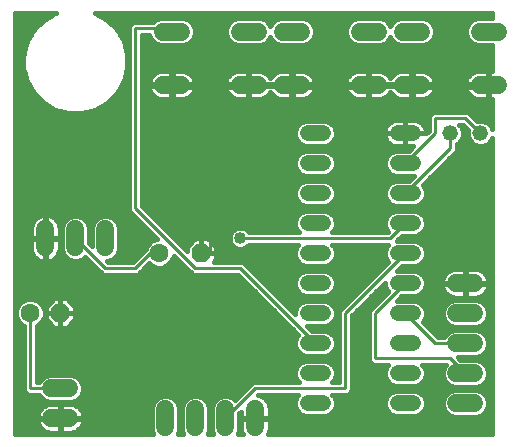
<source format=gbl>
G75*
%MOIN*%
%OFA0B0*%
%FSLAX24Y24*%
%IPPOS*%
%LPD*%
%AMOC8*
5,1,8,0,0,1.08239X$1,22.5*
%
%ADD10C,0.0520*%
%ADD11C,0.0600*%
%ADD12C,0.0594*%
%ADD13OC8,0.0630*%
%ADD14C,0.0630*%
%ADD15C,0.0520*%
%ADD16C,0.0100*%
%ADD17C,0.0160*%
%ADD18C,0.0400*%
D10*
X010420Y001682D02*
X010940Y001682D01*
X010940Y002682D02*
X010420Y002682D01*
X010420Y003682D02*
X010940Y003682D01*
X010940Y004682D02*
X010420Y004682D01*
X010420Y005682D02*
X010940Y005682D01*
X010940Y006682D02*
X010420Y006682D01*
X010420Y007682D02*
X010940Y007682D01*
X010940Y008682D02*
X010420Y008682D01*
X010420Y009682D02*
X010940Y009682D01*
X010940Y010682D02*
X010420Y010682D01*
X013420Y010682D02*
X013940Y010682D01*
X013940Y009682D02*
X013420Y009682D01*
X013420Y008682D02*
X013940Y008682D01*
X013940Y007682D02*
X013420Y007682D01*
X013420Y006682D02*
X013940Y006682D01*
X013940Y005682D02*
X013420Y005682D01*
X013420Y004682D02*
X013940Y004682D01*
X013940Y003682D02*
X013420Y003682D01*
X013420Y002682D02*
X013940Y002682D01*
X013940Y001682D02*
X013420Y001682D01*
D11*
X015380Y001680D02*
X015980Y001680D01*
X015980Y002680D02*
X015380Y002680D01*
X015380Y003680D02*
X015980Y003680D01*
X015980Y004680D02*
X015380Y004680D01*
X015380Y005680D02*
X015980Y005680D01*
X008680Y001480D02*
X008680Y000880D01*
X007680Y000880D02*
X007680Y001480D01*
X006680Y001480D02*
X006680Y000880D01*
X005680Y000880D02*
X005680Y001480D01*
X003680Y006880D02*
X003680Y007480D01*
X002680Y007480D02*
X002680Y006880D01*
X001680Y006880D02*
X001680Y007480D01*
X005600Y012290D02*
X006200Y012290D01*
X008160Y012290D02*
X008760Y012290D01*
X009600Y012290D02*
X010200Y012290D01*
X010200Y014070D02*
X009600Y014070D01*
X008760Y014070D02*
X008160Y014070D01*
X006200Y014070D02*
X005600Y014070D01*
X012160Y014070D02*
X012760Y014070D01*
X013600Y014070D02*
X014200Y014070D01*
X014200Y012290D02*
X013600Y012290D01*
X012760Y012290D02*
X012160Y012290D01*
X016160Y012290D02*
X016760Y012290D01*
X016760Y014070D02*
X016160Y014070D01*
D12*
X002477Y002180D02*
X001883Y002180D01*
X001883Y001180D02*
X002477Y001180D01*
D13*
X002180Y004680D03*
X006880Y006680D03*
D14*
X005480Y006680D03*
X001180Y004680D03*
D15*
X015180Y010680D03*
X016180Y010680D03*
D16*
X015680Y011180D01*
X014680Y011180D01*
X014680Y010680D01*
X013680Y009680D01*
X013680Y009682D01*
X013680Y008682D02*
X013680Y008680D01*
X015180Y010180D01*
X015180Y010680D01*
X014180Y012180D02*
X013900Y012290D01*
X014180Y012180D02*
X016180Y012180D01*
X016460Y012290D01*
X012460Y012290D02*
X012180Y012180D01*
X010180Y012180D01*
X009900Y012290D01*
X008460Y012290D02*
X008180Y012180D01*
X007180Y012180D01*
X007180Y006680D01*
X006880Y006680D01*
X006680Y006180D02*
X004680Y008180D01*
X004680Y014180D01*
X005680Y014180D01*
X005900Y014070D01*
X005900Y012290D02*
X006180Y012180D01*
X007180Y012180D01*
X008180Y007180D02*
X013180Y007180D01*
X013680Y007680D01*
X013680Y007682D01*
X013680Y006682D02*
X013680Y006680D01*
X011680Y004680D01*
X011680Y002180D01*
X008680Y002180D01*
X007680Y001180D01*
X010680Y003680D02*
X010680Y003682D01*
X010680Y003680D02*
X008180Y006180D01*
X006680Y006180D01*
X005480Y006680D02*
X005180Y006680D01*
X004680Y006180D01*
X003680Y006180D01*
X002680Y007180D01*
X001180Y004680D02*
X001180Y002180D01*
X002180Y002180D01*
X012680Y003180D02*
X015180Y003180D01*
X015680Y002680D01*
X015680Y003680D02*
X014680Y003680D01*
X013680Y004680D01*
X013680Y004682D01*
X013680Y005680D02*
X013680Y005682D01*
X013680Y005680D02*
X012680Y004680D01*
X012680Y003180D01*
D17*
X000660Y000660D02*
X000660Y014696D01*
X002027Y014696D01*
X002012Y014692D01*
X001618Y014464D01*
X001296Y014142D01*
X001068Y013748D01*
X000950Y013308D01*
X000950Y012852D01*
X001068Y012412D01*
X001296Y012018D01*
X001618Y011696D01*
X002012Y011468D01*
X002452Y011350D01*
X002908Y011350D01*
X003348Y011468D01*
X003742Y011696D01*
X004064Y012018D01*
X004292Y012412D01*
X004410Y012852D01*
X004410Y013308D01*
X004292Y013748D01*
X004064Y014142D01*
X003742Y014464D01*
X003348Y014692D01*
X003333Y014696D01*
X016570Y014696D01*
X016570Y014530D01*
X016068Y014530D01*
X015899Y014460D01*
X015770Y014331D01*
X015700Y014161D01*
X015700Y013978D01*
X015770Y013809D01*
X015899Y013680D01*
X016068Y013610D01*
X016570Y013610D01*
X016570Y012770D01*
X016480Y012770D01*
X016480Y012310D01*
X016440Y012310D01*
X016440Y012770D01*
X016122Y012770D01*
X016048Y012758D01*
X015976Y012735D01*
X015908Y012701D01*
X015847Y012656D01*
X015794Y012603D01*
X015749Y012542D01*
X015715Y012474D01*
X015692Y012402D01*
X015680Y012328D01*
X015680Y012310D01*
X016440Y012310D01*
X016440Y012270D01*
X016480Y012270D01*
X016480Y011810D01*
X016570Y011810D01*
X016570Y010836D01*
X016536Y010918D01*
X016418Y011036D01*
X016264Y011100D01*
X016096Y011100D01*
X016069Y011088D01*
X015767Y011390D01*
X014593Y011390D01*
X014470Y011267D01*
X014470Y010767D01*
X014380Y010677D01*
X014380Y010682D01*
X014380Y010717D01*
X014369Y010785D01*
X014348Y010851D01*
X014316Y010913D01*
X014276Y010969D01*
X014227Y011018D01*
X014171Y011058D01*
X014109Y011090D01*
X014043Y011111D01*
X013975Y011122D01*
X013680Y011122D01*
X013385Y011122D01*
X013317Y011111D01*
X013251Y011090D01*
X013189Y011058D01*
X013133Y011018D01*
X013084Y010969D01*
X013044Y010913D01*
X013012Y010851D01*
X012991Y010785D01*
X012980Y010717D01*
X012980Y010682D01*
X013680Y010682D01*
X013680Y010682D01*
X013680Y011122D01*
X013680Y010682D01*
X013680Y010682D01*
X014380Y010682D01*
X013680Y010682D01*
X013680Y010682D01*
X012980Y010682D01*
X012980Y010647D01*
X012991Y010579D01*
X013012Y010513D01*
X013044Y010451D01*
X013084Y010395D01*
X013133Y010346D01*
X013189Y010306D01*
X013251Y010274D01*
X013317Y010253D01*
X013385Y010242D01*
X013680Y010242D01*
X013945Y010242D01*
X013805Y010102D01*
X013336Y010102D01*
X013182Y010038D01*
X013064Y009920D01*
X013000Y009766D01*
X013000Y009598D01*
X013064Y009444D01*
X013182Y009326D01*
X013336Y009262D01*
X013965Y009262D01*
X013805Y009102D01*
X013336Y009102D01*
X013182Y009038D01*
X013064Y008920D01*
X013000Y008766D01*
X013000Y008598D01*
X013064Y008444D01*
X013182Y008326D01*
X013336Y008262D01*
X014024Y008262D01*
X014178Y008326D01*
X014296Y008444D01*
X014360Y008598D01*
X014360Y008766D01*
X014296Y008920D01*
X014256Y008959D01*
X015267Y009970D01*
X015390Y010093D01*
X015390Y010312D01*
X015418Y010324D01*
X015942Y010324D01*
X016096Y010260D01*
X016264Y010260D01*
X016418Y010324D01*
X016570Y010324D01*
X016536Y010442D02*
X016570Y010524D01*
X016570Y000660D01*
X009107Y000660D01*
X009125Y000696D01*
X009148Y000768D01*
X009160Y000842D01*
X009160Y001160D01*
X008700Y001160D01*
X008700Y001200D01*
X009160Y001200D01*
X009160Y001518D01*
X009148Y001592D01*
X009125Y001664D01*
X009091Y001732D01*
X009046Y001793D01*
X008993Y001846D01*
X008932Y001891D01*
X008864Y001925D01*
X008792Y001948D01*
X008752Y001955D01*
X008767Y001970D01*
X010114Y001970D01*
X010064Y001920D01*
X010000Y001766D01*
X010000Y001598D01*
X010064Y001444D01*
X010182Y001326D01*
X010336Y001262D01*
X011024Y001262D01*
X011178Y001326D01*
X011296Y001444D01*
X011360Y001598D01*
X011360Y001766D01*
X011296Y001920D01*
X011246Y001970D01*
X011767Y001970D01*
X011890Y002093D01*
X011890Y004593D01*
X013000Y005703D01*
X013000Y005598D01*
X013064Y005444D01*
X013106Y005402D01*
X012593Y004890D01*
X012470Y004767D01*
X012470Y003093D01*
X012593Y002970D01*
X013114Y002970D01*
X013064Y002920D01*
X013000Y002766D01*
X013000Y002598D01*
X013064Y002444D01*
X013182Y002326D01*
X013336Y002262D01*
X014024Y002262D01*
X014178Y002326D01*
X014296Y002444D01*
X014360Y002598D01*
X014360Y002766D01*
X014296Y002920D01*
X014246Y002970D01*
X015019Y002970D01*
X014990Y002941D01*
X014920Y002771D01*
X014920Y002588D01*
X014990Y002419D01*
X015119Y002290D01*
X015288Y002220D01*
X016071Y002220D01*
X016241Y002290D01*
X016370Y002419D01*
X016440Y002588D01*
X016440Y002771D01*
X016370Y002941D01*
X016241Y003070D01*
X016071Y003140D01*
X015517Y003140D01*
X015437Y003220D01*
X016071Y003220D01*
X016241Y003290D01*
X016370Y003419D01*
X016440Y003588D01*
X016440Y003771D01*
X016370Y003941D01*
X016241Y004070D01*
X016071Y004140D01*
X015288Y004140D01*
X015119Y004070D01*
X014990Y003941D01*
X014969Y003890D01*
X014767Y003890D01*
X014254Y004402D01*
X014296Y004444D01*
X014360Y004598D01*
X014360Y004766D01*
X014296Y004920D01*
X014178Y005038D01*
X014024Y005102D01*
X013399Y005102D01*
X013559Y005262D01*
X014024Y005262D01*
X014178Y005326D01*
X014296Y005444D01*
X014360Y005598D01*
X014360Y005766D01*
X014296Y005920D01*
X014178Y006038D01*
X014024Y006102D01*
X013399Y006102D01*
X013559Y006262D01*
X014024Y006262D01*
X014178Y006326D01*
X014296Y006444D01*
X014360Y006598D01*
X014360Y006766D01*
X014296Y006920D01*
X014178Y007038D01*
X014024Y007102D01*
X013399Y007102D01*
X013559Y007262D01*
X014024Y007262D01*
X014178Y007326D01*
X014296Y007444D01*
X014360Y007598D01*
X014360Y007766D01*
X014296Y007920D01*
X014178Y008038D01*
X014024Y008102D01*
X013336Y008102D01*
X013182Y008038D01*
X013064Y007920D01*
X013000Y007766D01*
X013000Y007598D01*
X013064Y007444D01*
X013106Y007402D01*
X013093Y007390D01*
X011242Y007390D01*
X011296Y007444D01*
X011360Y007598D01*
X011360Y007766D01*
X011296Y007920D01*
X011178Y008038D01*
X011024Y008102D01*
X010336Y008102D01*
X010182Y008038D01*
X010064Y007920D01*
X010000Y007766D01*
X010000Y007598D01*
X010064Y007444D01*
X010118Y007390D01*
X008479Y007390D01*
X008384Y007485D01*
X008252Y007540D01*
X008108Y007540D01*
X007976Y007485D01*
X007875Y007384D01*
X007820Y007252D01*
X007820Y007108D01*
X007875Y006976D01*
X007976Y006875D01*
X008108Y006820D01*
X008252Y006820D01*
X008384Y006875D01*
X008479Y006970D01*
X010114Y006970D01*
X010064Y006920D01*
X010000Y006766D01*
X010000Y006598D01*
X010064Y006444D01*
X010182Y006326D01*
X010336Y006262D01*
X011024Y006262D01*
X011178Y006326D01*
X011296Y006444D01*
X011360Y006598D01*
X011360Y006766D01*
X011296Y006920D01*
X011246Y006970D01*
X013114Y006970D01*
X013064Y006920D01*
X013000Y006766D01*
X013000Y006598D01*
X013064Y006444D01*
X013106Y006402D01*
X011593Y004890D01*
X011470Y004767D01*
X011470Y002390D01*
X011242Y002390D01*
X011296Y002444D01*
X011360Y002598D01*
X011360Y002766D01*
X011296Y002920D01*
X011178Y003038D01*
X011024Y003102D01*
X010336Y003102D01*
X010182Y003038D01*
X010064Y002920D01*
X010000Y002766D01*
X010000Y002598D01*
X010064Y002444D01*
X010118Y002390D01*
X008593Y002390D01*
X008007Y001804D01*
X007941Y001870D01*
X007771Y001940D01*
X007588Y001940D01*
X007419Y001870D01*
X007290Y001741D01*
X007220Y001571D01*
X007220Y000788D01*
X007273Y000660D01*
X007087Y000660D01*
X007140Y000788D01*
X007140Y001571D01*
X007070Y001741D01*
X006941Y001870D01*
X006771Y001940D01*
X006588Y001940D01*
X006419Y001870D01*
X006290Y001741D01*
X006220Y001571D01*
X006220Y000788D01*
X006273Y000660D01*
X006087Y000660D01*
X006140Y000788D01*
X006140Y001571D01*
X006070Y001741D01*
X005941Y001870D01*
X005771Y001940D01*
X005588Y001940D01*
X005419Y001870D01*
X005290Y001741D01*
X005220Y001571D01*
X005220Y000788D01*
X005273Y000660D01*
X000660Y000660D01*
X000660Y000814D02*
X001576Y000814D01*
X001573Y000816D02*
X001633Y000772D01*
X001700Y000738D01*
X001771Y000715D01*
X001846Y000703D01*
X002162Y000703D01*
X002162Y001162D01*
X002198Y001162D01*
X002198Y001198D01*
X002162Y001198D01*
X002162Y001657D01*
X001846Y001657D01*
X001771Y001645D01*
X001700Y001622D01*
X001633Y001588D01*
X001573Y001544D01*
X001519Y001491D01*
X001475Y001430D01*
X001441Y001363D01*
X001418Y001292D01*
X001406Y001218D01*
X001406Y001198D01*
X002162Y001198D01*
X002162Y001162D01*
X001406Y001162D01*
X001406Y001142D01*
X001418Y001068D01*
X001441Y000997D01*
X001475Y000930D01*
X001519Y000869D01*
X001573Y000816D01*
X001454Y000973D02*
X000660Y000973D01*
X000660Y001131D02*
X001408Y001131D01*
X001418Y001290D02*
X000660Y001290D01*
X000660Y001448D02*
X001488Y001448D01*
X001670Y001607D02*
X000660Y001607D01*
X000660Y001765D02*
X001691Y001765D01*
X001624Y001793D02*
X001792Y001723D01*
X002568Y001723D01*
X002736Y001793D01*
X002864Y001921D01*
X002934Y002089D01*
X002934Y002271D01*
X002864Y002439D01*
X002736Y002567D01*
X002568Y002637D01*
X001792Y002637D01*
X001624Y002567D01*
X001496Y002439D01*
X001476Y002390D01*
X001390Y002390D01*
X001390Y004253D01*
X001449Y004277D01*
X001583Y004411D01*
X001655Y004586D01*
X001655Y004774D01*
X001583Y004949D01*
X001449Y005083D01*
X001274Y005155D01*
X001086Y005155D01*
X000911Y005083D01*
X000777Y004949D01*
X000705Y004774D01*
X000705Y004586D01*
X000777Y004411D01*
X000911Y004277D01*
X000970Y004253D01*
X000970Y002093D01*
X001093Y001970D01*
X001476Y001970D01*
X001496Y001921D01*
X001624Y001793D01*
X001495Y001924D02*
X000660Y001924D01*
X000660Y002082D02*
X000981Y002082D01*
X000970Y002241D02*
X000660Y002241D01*
X000660Y002399D02*
X000970Y002399D01*
X000970Y002558D02*
X000660Y002558D01*
X000660Y002716D02*
X000970Y002716D01*
X000970Y002875D02*
X000660Y002875D01*
X000660Y003033D02*
X000970Y003033D01*
X000970Y003192D02*
X000660Y003192D01*
X000660Y003350D02*
X000970Y003350D01*
X000970Y003509D02*
X000660Y003509D01*
X000660Y003667D02*
X000970Y003667D01*
X000970Y003826D02*
X000660Y003826D01*
X000660Y003984D02*
X000970Y003984D01*
X000970Y004143D02*
X000660Y004143D01*
X000660Y004301D02*
X000887Y004301D01*
X000757Y004460D02*
X000660Y004460D01*
X000660Y004618D02*
X000705Y004618D01*
X000706Y004777D02*
X000660Y004777D01*
X000660Y004935D02*
X000771Y004935D01*
X000660Y005094D02*
X000937Y005094D01*
X000660Y005252D02*
X008811Y005252D01*
X008970Y005094D02*
X002467Y005094D01*
X002385Y005175D02*
X002180Y005175D01*
X002180Y004680D01*
X002675Y004680D01*
X002675Y004885D01*
X002385Y005175D01*
X002180Y005175D02*
X001975Y005175D01*
X001685Y004885D01*
X001685Y004680D01*
X002180Y004680D01*
X002180Y004680D01*
X002180Y004680D01*
X002675Y004680D01*
X002675Y004475D01*
X002385Y004185D01*
X002180Y004185D01*
X002180Y004680D01*
X002180Y004680D01*
X002180Y004680D01*
X002180Y005175D01*
X002180Y005094D02*
X002180Y005094D01*
X002180Y004935D02*
X002180Y004935D01*
X002180Y004777D02*
X002180Y004777D01*
X002180Y004680D02*
X001685Y004680D01*
X001685Y004475D01*
X001975Y004185D01*
X002180Y004185D01*
X002180Y004680D01*
X002180Y004618D02*
X002180Y004618D01*
X002180Y004460D02*
X002180Y004460D01*
X002180Y004301D02*
X002180Y004301D01*
X002501Y004301D02*
X009762Y004301D01*
X009604Y004460D02*
X002660Y004460D01*
X002675Y004618D02*
X009445Y004618D01*
X009287Y004777D02*
X002675Y004777D01*
X002625Y004935D02*
X009128Y004935D01*
X009405Y005252D02*
X011955Y005252D01*
X011797Y005094D02*
X011044Y005094D01*
X011024Y005102D02*
X010336Y005102D01*
X010182Y005038D01*
X010064Y004920D01*
X010000Y004766D01*
X010000Y004657D01*
X008390Y006267D01*
X008267Y006390D01*
X007290Y006390D01*
X007375Y006475D01*
X007375Y006680D01*
X007375Y006885D01*
X007085Y007175D01*
X006880Y007175D01*
X006880Y006680D01*
X006880Y006680D01*
X007375Y006680D01*
X006880Y006680D01*
X006880Y006680D01*
X006880Y007175D01*
X006675Y007175D01*
X006385Y006885D01*
X006385Y006772D01*
X004890Y008267D01*
X004890Y013970D01*
X005144Y013970D01*
X005210Y013809D01*
X005339Y013680D01*
X005508Y013610D01*
X006291Y013610D01*
X006461Y013680D01*
X006590Y013809D01*
X006660Y013978D01*
X006660Y014161D01*
X006590Y014331D01*
X006461Y014460D01*
X006291Y014530D01*
X005508Y014530D01*
X005339Y014460D01*
X005269Y014390D01*
X004593Y014390D01*
X004470Y014267D01*
X004470Y008093D01*
X004593Y007970D01*
X005408Y007155D01*
X005386Y007155D01*
X005211Y007083D01*
X005077Y006949D01*
X005024Y006821D01*
X004970Y006767D01*
X004593Y006390D01*
X003767Y006390D01*
X003737Y006420D01*
X003771Y006420D01*
X003941Y006490D01*
X004070Y006619D01*
X004140Y006788D01*
X004140Y007571D01*
X004070Y007741D01*
X003941Y007870D01*
X003771Y007940D01*
X003588Y007940D01*
X003419Y007870D01*
X003290Y007741D01*
X003220Y007571D01*
X003220Y006937D01*
X003140Y007017D01*
X003140Y007571D01*
X003070Y007741D01*
X002941Y007870D01*
X002771Y007940D01*
X002588Y007940D01*
X002419Y007870D01*
X002290Y007741D01*
X002220Y007571D01*
X002220Y006788D01*
X002290Y006619D01*
X002419Y006490D01*
X002588Y006420D01*
X002771Y006420D01*
X002941Y006490D01*
X003007Y006556D01*
X003470Y006093D01*
X003593Y005970D01*
X004767Y005970D01*
X005143Y006346D01*
X005211Y006277D01*
X005386Y006205D01*
X005574Y006205D01*
X005749Y006277D01*
X005883Y006411D01*
X005955Y006586D01*
X005955Y006608D01*
X006593Y005970D01*
X008093Y005970D01*
X010104Y003959D01*
X010064Y003920D01*
X010000Y003766D01*
X010000Y003598D01*
X010064Y003444D01*
X010182Y003326D01*
X010336Y003262D01*
X011024Y003262D01*
X011178Y003326D01*
X011296Y003444D01*
X011360Y003598D01*
X011360Y003766D01*
X011296Y003920D01*
X011178Y004038D01*
X011024Y004102D01*
X010555Y004102D01*
X010395Y004262D01*
X011024Y004262D01*
X011178Y004326D01*
X011296Y004444D01*
X011360Y004598D01*
X011360Y004766D01*
X011296Y004920D01*
X011178Y005038D01*
X011024Y005102D01*
X011024Y005262D02*
X011178Y005326D01*
X011296Y005444D01*
X011360Y005598D01*
X011360Y005766D01*
X011296Y005920D01*
X011178Y006038D01*
X011024Y006102D01*
X010336Y006102D01*
X010182Y006038D01*
X010064Y005920D01*
X010000Y005766D01*
X010000Y005598D01*
X010064Y005444D01*
X010182Y005326D01*
X010336Y005262D01*
X011024Y005262D01*
X011263Y005411D02*
X012114Y005411D01*
X012272Y005569D02*
X011348Y005569D01*
X011360Y005728D02*
X012431Y005728D01*
X012589Y005886D02*
X011310Y005886D01*
X011162Y006045D02*
X012748Y006045D01*
X012906Y006203D02*
X008454Y006203D01*
X008612Y006045D02*
X010198Y006045D01*
X010050Y005886D02*
X008771Y005886D01*
X008929Y005728D02*
X010000Y005728D01*
X010012Y005569D02*
X009088Y005569D01*
X009246Y005411D02*
X010097Y005411D01*
X010316Y005094D02*
X009563Y005094D01*
X009722Y004935D02*
X010079Y004935D01*
X010005Y004777D02*
X009880Y004777D01*
X009921Y004143D02*
X001390Y004143D01*
X001390Y003984D02*
X010079Y003984D01*
X010025Y003826D02*
X001390Y003826D01*
X001390Y003667D02*
X010000Y003667D01*
X010037Y003509D02*
X001390Y003509D01*
X001390Y003350D02*
X010158Y003350D01*
X010177Y003033D02*
X001390Y003033D01*
X001390Y002875D02*
X010045Y002875D01*
X010000Y002716D02*
X001390Y002716D01*
X001390Y002558D02*
X001615Y002558D01*
X001479Y002399D02*
X001390Y002399D01*
X001390Y003192D02*
X011470Y003192D01*
X011470Y003350D02*
X011202Y003350D01*
X011323Y003509D02*
X011470Y003509D01*
X011470Y003667D02*
X011360Y003667D01*
X011335Y003826D02*
X011470Y003826D01*
X011470Y003984D02*
X011232Y003984D01*
X011470Y004143D02*
X010514Y004143D01*
X011118Y004301D02*
X011470Y004301D01*
X011470Y004460D02*
X011302Y004460D01*
X011360Y004618D02*
X011470Y004618D01*
X011480Y004777D02*
X011355Y004777D01*
X011281Y004935D02*
X011638Y004935D01*
X012073Y004777D02*
X012480Y004777D01*
X012638Y004935D02*
X012232Y004935D01*
X012390Y005094D02*
X012797Y005094D01*
X012955Y005252D02*
X012549Y005252D01*
X012707Y005411D02*
X013097Y005411D01*
X013012Y005569D02*
X012866Y005569D01*
X013549Y005252D02*
X015163Y005252D01*
X015196Y005235D02*
X015268Y005212D01*
X015342Y005200D01*
X015660Y005200D01*
X015660Y005660D01*
X015700Y005660D01*
X015700Y005700D01*
X015660Y005700D01*
X015660Y006160D01*
X015342Y006160D01*
X015268Y006148D01*
X015196Y006125D01*
X015128Y006091D01*
X015067Y006046D01*
X015014Y005993D01*
X014969Y005932D01*
X014935Y005864D01*
X014912Y005792D01*
X014900Y005718D01*
X014900Y005700D01*
X015660Y005700D01*
X015660Y005660D01*
X014900Y005660D01*
X014900Y005642D01*
X014912Y005568D01*
X014935Y005496D01*
X014969Y005428D01*
X015014Y005367D01*
X015067Y005314D01*
X015128Y005269D01*
X015196Y005235D01*
X015288Y005140D02*
X015119Y005070D01*
X014990Y004941D01*
X014920Y004771D01*
X014920Y004588D01*
X014990Y004419D01*
X015119Y004290D01*
X015288Y004220D01*
X016071Y004220D01*
X016241Y004290D01*
X016370Y004419D01*
X016440Y004588D01*
X016440Y004771D01*
X016370Y004941D01*
X016241Y005070D01*
X016071Y005140D01*
X015288Y005140D01*
X015176Y005094D02*
X014044Y005094D01*
X014281Y004935D02*
X014988Y004935D01*
X014922Y004777D02*
X014355Y004777D01*
X014360Y004618D02*
X014920Y004618D01*
X014973Y004460D02*
X014302Y004460D01*
X014356Y004301D02*
X015108Y004301D01*
X015033Y003984D02*
X014673Y003984D01*
X014514Y004143D02*
X016570Y004143D01*
X016570Y004301D02*
X016252Y004301D01*
X016387Y004460D02*
X016570Y004460D01*
X016570Y004618D02*
X016440Y004618D01*
X016438Y004777D02*
X016570Y004777D01*
X016570Y004935D02*
X016372Y004935D01*
X016184Y005094D02*
X016570Y005094D01*
X016570Y005252D02*
X016197Y005252D01*
X016164Y005235D02*
X016232Y005269D01*
X016293Y005314D01*
X016346Y005367D01*
X016391Y005428D01*
X016425Y005496D01*
X016448Y005568D01*
X016460Y005642D01*
X016460Y005660D01*
X015700Y005660D01*
X015700Y005200D01*
X016018Y005200D01*
X016092Y005212D01*
X016164Y005235D01*
X016378Y005411D02*
X016570Y005411D01*
X016570Y005569D02*
X016448Y005569D01*
X016460Y005700D02*
X016460Y005718D01*
X016448Y005792D01*
X016425Y005864D01*
X016391Y005932D01*
X016346Y005993D01*
X016293Y006046D01*
X016232Y006091D01*
X016164Y006125D01*
X016092Y006148D01*
X016018Y006160D01*
X015700Y006160D01*
X015700Y005700D01*
X016460Y005700D01*
X016458Y005728D02*
X016570Y005728D01*
X016570Y005886D02*
X016414Y005886D01*
X016294Y006045D02*
X016570Y006045D01*
X016570Y006203D02*
X013500Y006203D01*
X013065Y006362D02*
X011214Y006362D01*
X011328Y006520D02*
X013032Y006520D01*
X013000Y006679D02*
X011360Y006679D01*
X011330Y006837D02*
X013030Y006837D01*
X013451Y007154D02*
X016570Y007154D01*
X016570Y006996D02*
X014220Y006996D01*
X014330Y006837D02*
X016570Y006837D01*
X016570Y006679D02*
X014360Y006679D01*
X014328Y006520D02*
X016570Y006520D01*
X016570Y006362D02*
X014214Y006362D01*
X014162Y006045D02*
X015066Y006045D01*
X014946Y005886D02*
X014310Y005886D01*
X014360Y005728D02*
X014902Y005728D01*
X014912Y005569D02*
X014348Y005569D01*
X014263Y005411D02*
X014982Y005411D01*
X015660Y005411D02*
X015700Y005411D01*
X015700Y005569D02*
X015660Y005569D01*
X015660Y005728D02*
X015700Y005728D01*
X015700Y005886D02*
X015660Y005886D01*
X015660Y006045D02*
X015700Y006045D01*
X015700Y005252D02*
X015660Y005252D01*
X016327Y003984D02*
X016570Y003984D01*
X016570Y003826D02*
X016418Y003826D01*
X016440Y003667D02*
X016570Y003667D01*
X016570Y003509D02*
X016407Y003509D01*
X016301Y003350D02*
X016570Y003350D01*
X016570Y003192D02*
X015465Y003192D01*
X014963Y002875D02*
X014315Y002875D01*
X014360Y002716D02*
X014920Y002716D01*
X014933Y002558D02*
X014343Y002558D01*
X014251Y002399D02*
X015010Y002399D01*
X015239Y002241D02*
X011890Y002241D01*
X011890Y002399D02*
X013109Y002399D01*
X013017Y002558D02*
X011890Y002558D01*
X011890Y002716D02*
X013000Y002716D01*
X013045Y002875D02*
X011890Y002875D01*
X011890Y003033D02*
X012530Y003033D01*
X012470Y003192D02*
X011890Y003192D01*
X011890Y003350D02*
X012470Y003350D01*
X012470Y003509D02*
X011890Y003509D01*
X011890Y003667D02*
X012470Y003667D01*
X012470Y003826D02*
X011890Y003826D01*
X011890Y003984D02*
X012470Y003984D01*
X012470Y004143D02*
X011890Y004143D01*
X011890Y004301D02*
X012470Y004301D01*
X012470Y004460D02*
X011890Y004460D01*
X011915Y004618D02*
X012470Y004618D01*
X011470Y003033D02*
X011183Y003033D01*
X011315Y002875D02*
X011470Y002875D01*
X011470Y002716D02*
X011360Y002716D01*
X011343Y002558D02*
X011470Y002558D01*
X011470Y002399D02*
X011251Y002399D01*
X011292Y001924D02*
X013068Y001924D01*
X013064Y001920D02*
X013000Y001766D01*
X013000Y001598D01*
X013064Y001444D01*
X013182Y001326D01*
X013336Y001262D01*
X014024Y001262D01*
X014178Y001326D01*
X014296Y001444D01*
X014360Y001598D01*
X014360Y001766D01*
X014296Y001920D01*
X014178Y002038D01*
X014024Y002102D01*
X013336Y002102D01*
X013182Y002038D01*
X013064Y001920D01*
X013000Y001765D02*
X011360Y001765D01*
X011360Y001607D02*
X013000Y001607D01*
X013062Y001448D02*
X011298Y001448D01*
X011090Y001290D02*
X013270Y001290D01*
X013288Y002082D02*
X011879Y002082D01*
X010270Y001290D02*
X009160Y001290D01*
X009160Y001448D02*
X010062Y001448D01*
X010000Y001607D02*
X009144Y001607D01*
X009066Y001765D02*
X010000Y001765D01*
X010068Y001924D02*
X008867Y001924D01*
X008444Y002241D02*
X002934Y002241D01*
X002931Y002082D02*
X008285Y002082D01*
X008127Y001924D02*
X007811Y001924D01*
X007549Y001924D02*
X006811Y001924D01*
X007046Y001765D02*
X007314Y001765D01*
X007234Y001607D02*
X007126Y001607D01*
X007140Y001448D02*
X007220Y001448D01*
X007220Y001290D02*
X007140Y001290D01*
X007140Y001131D02*
X007220Y001131D01*
X007220Y000973D02*
X007140Y000973D01*
X007140Y000814D02*
X007220Y000814D01*
X008087Y000660D02*
X008140Y000788D01*
X008140Y001343D01*
X008200Y001403D01*
X008200Y001200D01*
X008660Y001200D01*
X008660Y001160D01*
X008200Y001160D01*
X008200Y000842D01*
X008212Y000768D01*
X008235Y000696D01*
X008253Y000660D01*
X008087Y000660D01*
X008140Y000814D02*
X008204Y000814D01*
X008200Y000973D02*
X008140Y000973D01*
X008140Y001131D02*
X008200Y001131D01*
X008200Y001290D02*
X008140Y001290D01*
X009160Y001131D02*
X016570Y001131D01*
X016570Y000973D02*
X009160Y000973D01*
X009156Y000814D02*
X016570Y000814D01*
X016570Y001290D02*
X016239Y001290D01*
X016241Y001290D02*
X016370Y001419D01*
X016440Y001588D01*
X016440Y001771D01*
X016370Y001941D01*
X016241Y002070D01*
X016071Y002140D01*
X015288Y002140D01*
X015119Y002070D01*
X014990Y001941D01*
X014920Y001771D01*
X014920Y001588D01*
X014990Y001419D01*
X015119Y001290D01*
X015288Y001220D01*
X016071Y001220D01*
X016241Y001290D01*
X016382Y001448D02*
X016570Y001448D01*
X016570Y001607D02*
X016440Y001607D01*
X016440Y001765D02*
X016570Y001765D01*
X016570Y001924D02*
X016377Y001924D01*
X016212Y002082D02*
X016570Y002082D01*
X016570Y002241D02*
X016121Y002241D01*
X016350Y002399D02*
X016570Y002399D01*
X016570Y002558D02*
X016427Y002558D01*
X016440Y002716D02*
X016570Y002716D01*
X016570Y002875D02*
X016397Y002875D01*
X016278Y003033D02*
X016570Y003033D01*
X015148Y002082D02*
X014072Y002082D01*
X014292Y001924D02*
X014983Y001924D01*
X014920Y001765D02*
X014360Y001765D01*
X014360Y001607D02*
X014920Y001607D01*
X014978Y001448D02*
X014298Y001448D01*
X014090Y001290D02*
X015121Y001290D01*
X010109Y002399D02*
X002881Y002399D01*
X002745Y002558D02*
X010017Y002558D01*
X008653Y005411D02*
X000660Y005411D01*
X000660Y005569D02*
X008494Y005569D01*
X008336Y005728D02*
X000660Y005728D01*
X000660Y005886D02*
X008177Y005886D01*
X008295Y006362D02*
X010146Y006362D01*
X010032Y006520D02*
X007375Y006520D01*
X007375Y006679D02*
X010000Y006679D01*
X010030Y006837D02*
X008293Y006837D01*
X008067Y006837D02*
X007375Y006837D01*
X007265Y006996D02*
X007867Y006996D01*
X007820Y007154D02*
X007106Y007154D01*
X006880Y007154D02*
X006880Y007154D01*
X006880Y006996D02*
X006880Y006996D01*
X006880Y006837D02*
X006880Y006837D01*
X006654Y007154D02*
X006003Y007154D01*
X006161Y006996D02*
X006495Y006996D01*
X006385Y006837D02*
X006320Y006837D01*
X006043Y006520D02*
X005928Y006520D01*
X005833Y006362D02*
X006202Y006362D01*
X006360Y006203D02*
X005000Y006203D01*
X004841Y006045D02*
X006519Y006045D01*
X005383Y007154D02*
X004140Y007154D01*
X004140Y006996D02*
X005124Y006996D01*
X005031Y006837D02*
X004140Y006837D01*
X004094Y006679D02*
X004882Y006679D01*
X004723Y006520D02*
X003971Y006520D01*
X003519Y006045D02*
X000660Y006045D01*
X000660Y006203D02*
X003360Y006203D01*
X003202Y006362D02*
X000660Y006362D01*
X000660Y006520D02*
X001361Y006520D01*
X001367Y006514D02*
X001428Y006469D01*
X001496Y006435D01*
X001568Y006412D01*
X001642Y006400D01*
X001660Y006400D01*
X001660Y007160D01*
X001700Y007160D01*
X001700Y007200D01*
X002160Y007200D01*
X002160Y007518D01*
X002148Y007592D01*
X002125Y007664D01*
X002091Y007732D01*
X002046Y007793D01*
X001993Y007846D01*
X001932Y007891D01*
X001864Y007925D01*
X001792Y007948D01*
X001718Y007960D01*
X001700Y007960D01*
X001700Y007200D01*
X001660Y007200D01*
X001660Y007960D01*
X001642Y007960D01*
X001568Y007948D01*
X001496Y007925D01*
X001428Y007891D01*
X001367Y007846D01*
X001314Y007793D01*
X001269Y007732D01*
X001235Y007664D01*
X001212Y007592D01*
X001200Y007518D01*
X001200Y007200D01*
X001660Y007200D01*
X001660Y007160D01*
X001200Y007160D01*
X001200Y006842D01*
X001212Y006768D01*
X001235Y006696D01*
X001269Y006628D01*
X001314Y006567D01*
X001367Y006514D01*
X001244Y006679D02*
X000660Y006679D01*
X000660Y006837D02*
X001201Y006837D01*
X001200Y006996D02*
X000660Y006996D01*
X000660Y007154D02*
X001200Y007154D01*
X001200Y007313D02*
X000660Y007313D01*
X000660Y007471D02*
X001200Y007471D01*
X001224Y007630D02*
X000660Y007630D01*
X000660Y007788D02*
X001310Y007788D01*
X001562Y007947D02*
X000660Y007947D01*
X000660Y008105D02*
X004470Y008105D01*
X004470Y008264D02*
X000660Y008264D01*
X000660Y008422D02*
X004470Y008422D01*
X004470Y008581D02*
X000660Y008581D01*
X000660Y008739D02*
X004470Y008739D01*
X004470Y008898D02*
X000660Y008898D01*
X000660Y009056D02*
X004470Y009056D01*
X004470Y009215D02*
X000660Y009215D01*
X000660Y009373D02*
X004470Y009373D01*
X004470Y009532D02*
X000660Y009532D01*
X000660Y009690D02*
X004470Y009690D01*
X004470Y009849D02*
X000660Y009849D01*
X000660Y010007D02*
X004470Y010007D01*
X004470Y010166D02*
X000660Y010166D01*
X000660Y010324D02*
X004470Y010324D01*
X004470Y010483D02*
X000660Y010483D01*
X000660Y010641D02*
X004470Y010641D01*
X004470Y010800D02*
X000660Y010800D01*
X000660Y010958D02*
X004470Y010958D01*
X004470Y011117D02*
X000660Y011117D01*
X000660Y011275D02*
X004470Y011275D01*
X004470Y011434D02*
X003219Y011434D01*
X003563Y011592D02*
X004470Y011592D01*
X004470Y011751D02*
X003797Y011751D01*
X003956Y011909D02*
X004470Y011909D01*
X004470Y012068D02*
X004093Y012068D01*
X004185Y012226D02*
X004470Y012226D01*
X004470Y012385D02*
X004276Y012385D01*
X004327Y012543D02*
X004470Y012543D01*
X004470Y012702D02*
X004370Y012702D01*
X004410Y012860D02*
X004470Y012860D01*
X004470Y013019D02*
X004410Y013019D01*
X004410Y013177D02*
X004470Y013177D01*
X004470Y013336D02*
X004403Y013336D01*
X004360Y013494D02*
X004470Y013494D01*
X004470Y013653D02*
X004318Y013653D01*
X004256Y013811D02*
X004470Y013811D01*
X004470Y013970D02*
X004164Y013970D01*
X004073Y014128D02*
X004470Y014128D01*
X004490Y014287D02*
X003920Y014287D01*
X003762Y014445D02*
X005324Y014445D01*
X005144Y013970D02*
X004890Y013970D01*
X004890Y013811D02*
X005209Y013811D01*
X005406Y013653D02*
X004890Y013653D01*
X004890Y013494D02*
X016570Y013494D01*
X016570Y013336D02*
X004890Y013336D01*
X004890Y013177D02*
X016570Y013177D01*
X016570Y013019D02*
X004890Y013019D01*
X004890Y012860D02*
X016570Y012860D01*
X016480Y012702D02*
X016440Y012702D01*
X016440Y012543D02*
X016480Y012543D01*
X016480Y012385D02*
X016440Y012385D01*
X016440Y012270D02*
X015680Y012270D01*
X015680Y012252D01*
X015692Y012178D01*
X015715Y012106D01*
X015749Y012038D01*
X015794Y011977D01*
X015847Y011924D01*
X015908Y011879D01*
X015976Y011845D01*
X016048Y011822D01*
X016122Y011810D01*
X016440Y011810D01*
X016440Y012270D01*
X016440Y012226D02*
X016480Y012226D01*
X016480Y012068D02*
X016440Y012068D01*
X016440Y011909D02*
X016480Y011909D01*
X016570Y011751D02*
X004890Y011751D01*
X004890Y011909D02*
X005308Y011909D01*
X005287Y011924D02*
X005348Y011879D01*
X005416Y011845D01*
X005488Y011822D01*
X005562Y011810D01*
X005880Y011810D01*
X005880Y012270D01*
X005920Y012270D01*
X005920Y012310D01*
X005880Y012310D01*
X005880Y012770D01*
X005562Y012770D01*
X005488Y012758D01*
X005416Y012735D01*
X005348Y012701D01*
X005287Y012656D01*
X005234Y012603D01*
X005189Y012542D01*
X005155Y012474D01*
X005132Y012402D01*
X005120Y012328D01*
X005120Y012310D01*
X005880Y012310D01*
X005880Y012270D01*
X005120Y012270D01*
X005120Y012252D01*
X005132Y012178D01*
X005155Y012106D01*
X005189Y012038D01*
X005234Y011977D01*
X005287Y011924D01*
X005175Y012068D02*
X004890Y012068D01*
X004890Y012226D02*
X005124Y012226D01*
X005129Y012385D02*
X004890Y012385D01*
X004890Y012543D02*
X005191Y012543D01*
X005350Y012702D02*
X004890Y012702D01*
X005880Y012702D02*
X005920Y012702D01*
X005920Y012770D02*
X005920Y012310D01*
X006680Y012310D01*
X006680Y012328D01*
X006668Y012402D01*
X006645Y012474D01*
X006611Y012542D01*
X006566Y012603D01*
X006513Y012656D01*
X006452Y012701D01*
X006384Y012735D01*
X006312Y012758D01*
X006238Y012770D01*
X005920Y012770D01*
X005920Y012543D02*
X005880Y012543D01*
X005880Y012385D02*
X005920Y012385D01*
X005920Y012270D02*
X006680Y012270D01*
X006680Y012252D01*
X006668Y012178D01*
X006645Y012106D01*
X006611Y012038D01*
X006566Y011977D01*
X006513Y011924D01*
X006452Y011879D01*
X006384Y011845D01*
X006312Y011822D01*
X006238Y011810D01*
X005920Y011810D01*
X005920Y012270D01*
X005920Y012226D02*
X005880Y012226D01*
X005880Y012068D02*
X005920Y012068D01*
X005920Y011909D02*
X005880Y011909D01*
X006492Y011909D02*
X007868Y011909D01*
X007847Y011924D02*
X007908Y011879D01*
X007976Y011845D01*
X008048Y011822D01*
X008122Y011810D01*
X008440Y011810D01*
X008440Y012270D01*
X008480Y012270D01*
X008480Y012310D01*
X008440Y012310D01*
X008440Y012770D01*
X008122Y012770D01*
X008048Y012758D01*
X007976Y012735D01*
X007908Y012701D01*
X007847Y012656D01*
X007794Y012603D01*
X007749Y012542D01*
X007715Y012474D01*
X007692Y012402D01*
X007680Y012328D01*
X007680Y012310D01*
X008440Y012310D01*
X008440Y012270D01*
X007680Y012270D01*
X007680Y012252D01*
X007692Y012178D01*
X007715Y012106D01*
X007749Y012038D01*
X007794Y011977D01*
X007847Y011924D01*
X007735Y012068D02*
X006625Y012068D01*
X006676Y012226D02*
X007684Y012226D01*
X007689Y012385D02*
X006671Y012385D01*
X006609Y012543D02*
X007751Y012543D01*
X007910Y012702D02*
X006450Y012702D01*
X006394Y013653D02*
X007966Y013653D01*
X007899Y013680D02*
X008068Y013610D01*
X008851Y013610D01*
X009021Y013680D01*
X009150Y013809D01*
X009180Y013882D01*
X009210Y013809D01*
X009339Y013680D01*
X009508Y013610D01*
X010291Y013610D01*
X010461Y013680D01*
X010590Y013809D01*
X010660Y013978D01*
X010660Y014161D01*
X010590Y014331D01*
X010461Y014460D01*
X010291Y014530D01*
X009508Y014530D01*
X009339Y014460D01*
X009210Y014331D01*
X009180Y014258D01*
X009150Y014331D01*
X009021Y014460D01*
X008851Y014530D01*
X008068Y014530D01*
X007899Y014460D01*
X007770Y014331D01*
X007700Y014161D01*
X007700Y013978D01*
X007770Y013809D01*
X007899Y013680D01*
X007769Y013811D02*
X006591Y013811D01*
X006656Y013970D02*
X007704Y013970D01*
X007700Y014128D02*
X006660Y014128D01*
X006608Y014287D02*
X007752Y014287D01*
X007884Y014445D02*
X006476Y014445D01*
X008480Y012770D02*
X008480Y012310D01*
X009880Y012310D01*
X009880Y012770D01*
X009562Y012770D01*
X009488Y012758D01*
X009416Y012735D01*
X009348Y012701D01*
X009287Y012656D01*
X009234Y012603D01*
X009189Y012542D01*
X009180Y012523D01*
X009171Y012542D01*
X009126Y012603D01*
X009073Y012656D01*
X009012Y012701D01*
X008944Y012735D01*
X008872Y012758D01*
X008798Y012770D01*
X008480Y012770D01*
X008480Y012702D02*
X008440Y012702D01*
X008440Y012543D02*
X008480Y012543D01*
X008480Y012385D02*
X008440Y012385D01*
X008480Y012270D02*
X009120Y012270D01*
X009880Y012270D01*
X009920Y012270D01*
X009920Y012310D01*
X009880Y012310D01*
X009880Y012270D01*
X009880Y011810D01*
X009562Y011810D01*
X009488Y011822D01*
X009416Y011845D01*
X009348Y011879D01*
X009287Y011924D01*
X009234Y011977D01*
X009189Y012038D01*
X009180Y012057D01*
X009171Y012038D01*
X009126Y011977D01*
X009073Y011924D01*
X009012Y011879D01*
X008944Y011845D01*
X008872Y011822D01*
X008798Y011810D01*
X008480Y011810D01*
X008480Y012270D01*
X008480Y012226D02*
X008440Y012226D01*
X008440Y012068D02*
X008480Y012068D01*
X008480Y011909D02*
X008440Y011909D01*
X009052Y011909D02*
X009308Y011909D01*
X009880Y011909D02*
X009920Y011909D01*
X009920Y011810D02*
X010238Y011810D01*
X010312Y011822D01*
X010384Y011845D01*
X010452Y011879D01*
X010513Y011924D01*
X010566Y011977D01*
X010611Y012038D01*
X010645Y012106D01*
X010668Y012178D01*
X010680Y012252D01*
X010680Y012270D01*
X009920Y012270D01*
X009920Y011810D01*
X009920Y012068D02*
X009880Y012068D01*
X009880Y012226D02*
X009920Y012226D01*
X009920Y012310D02*
X010680Y012310D01*
X010680Y012328D01*
X010668Y012402D01*
X010645Y012474D01*
X010611Y012542D01*
X010566Y012603D01*
X010513Y012656D01*
X010452Y012701D01*
X010384Y012735D01*
X010312Y012758D01*
X010238Y012770D01*
X009920Y012770D01*
X009920Y012310D01*
X009920Y012385D02*
X009880Y012385D01*
X009880Y012543D02*
X009920Y012543D01*
X009920Y012702D02*
X009880Y012702D01*
X009350Y012702D02*
X009010Y012702D01*
X009169Y012543D02*
X009191Y012543D01*
X009406Y013653D02*
X008954Y013653D01*
X009151Y013811D02*
X009209Y013811D01*
X009192Y014287D02*
X009168Y014287D01*
X009036Y014445D02*
X009324Y014445D01*
X010394Y013653D02*
X011966Y013653D01*
X011899Y013680D02*
X012068Y013610D01*
X012851Y013610D01*
X013021Y013680D01*
X013150Y013809D01*
X013180Y013882D01*
X013210Y013809D01*
X013339Y013680D01*
X013508Y013610D01*
X014291Y013610D01*
X014461Y013680D01*
X014590Y013809D01*
X014660Y013978D01*
X014660Y014161D01*
X014590Y014331D01*
X014461Y014460D01*
X014291Y014530D01*
X013508Y014530D01*
X013339Y014460D01*
X013210Y014331D01*
X013180Y014258D01*
X013150Y014331D01*
X013021Y014460D01*
X012851Y014530D01*
X012068Y014530D01*
X011899Y014460D01*
X011770Y014331D01*
X011700Y014161D01*
X011700Y013978D01*
X011770Y013809D01*
X011899Y013680D01*
X011769Y013811D02*
X010591Y013811D01*
X010656Y013970D02*
X011704Y013970D01*
X011700Y014128D02*
X010660Y014128D01*
X010608Y014287D02*
X011752Y014287D01*
X011884Y014445D02*
X010476Y014445D01*
X010450Y012702D02*
X011910Y012702D01*
X011908Y012701D02*
X011847Y012656D01*
X011794Y012603D01*
X011749Y012542D01*
X011715Y012474D01*
X011692Y012402D01*
X011680Y012328D01*
X011680Y012310D01*
X012440Y012310D01*
X012440Y012770D01*
X012122Y012770D01*
X012048Y012758D01*
X011976Y012735D01*
X011908Y012701D01*
X011751Y012543D02*
X010609Y012543D01*
X010671Y012385D02*
X011689Y012385D01*
X011680Y012270D02*
X011680Y012252D01*
X011692Y012178D01*
X011715Y012106D01*
X011749Y012038D01*
X011794Y011977D01*
X011847Y011924D01*
X011908Y011879D01*
X011976Y011845D01*
X012048Y011822D01*
X012122Y011810D01*
X012440Y011810D01*
X012440Y012270D01*
X012480Y012270D01*
X012480Y012310D01*
X012440Y012310D01*
X012440Y012270D01*
X011680Y012270D01*
X011684Y012226D02*
X010676Y012226D01*
X010625Y012068D02*
X011735Y012068D01*
X011868Y011909D02*
X010492Y011909D01*
X010336Y011102D02*
X010182Y011038D01*
X010064Y010920D01*
X010000Y010766D01*
X010000Y010598D01*
X010064Y010444D01*
X010182Y010326D01*
X010336Y010262D01*
X011024Y010262D01*
X011178Y010326D01*
X011296Y010444D01*
X011360Y010598D01*
X011360Y010766D01*
X011296Y010920D01*
X011178Y011038D01*
X011024Y011102D01*
X010336Y011102D01*
X010102Y010958D02*
X004890Y010958D01*
X004890Y010800D02*
X010014Y010800D01*
X010000Y010641D02*
X004890Y010641D01*
X004890Y010483D02*
X010048Y010483D01*
X010187Y010324D02*
X004890Y010324D01*
X004890Y010166D02*
X013869Y010166D01*
X013680Y010242D02*
X013680Y010682D01*
X013680Y010682D01*
X013680Y010242D01*
X013680Y010324D02*
X013680Y010324D01*
X013680Y010483D02*
X013680Y010483D01*
X013680Y010641D02*
X013680Y010641D01*
X013680Y010800D02*
X013680Y010800D01*
X013680Y010958D02*
X013680Y010958D01*
X013680Y011117D02*
X013680Y011117D01*
X013351Y011117D02*
X004890Y011117D01*
X004890Y011275D02*
X014478Y011275D01*
X014470Y011117D02*
X014009Y011117D01*
X014283Y010958D02*
X014470Y010958D01*
X014470Y010800D02*
X014364Y010800D01*
X014238Y011810D02*
X013920Y011810D01*
X013920Y012270D01*
X013920Y012310D01*
X013880Y012310D01*
X013880Y012770D01*
X013562Y012770D01*
X013488Y012758D01*
X013416Y012735D01*
X013348Y012701D01*
X013287Y012656D01*
X013234Y012603D01*
X013189Y012542D01*
X013180Y012523D01*
X013171Y012542D01*
X013126Y012603D01*
X013073Y012656D01*
X013012Y012701D01*
X012944Y012735D01*
X012872Y012758D01*
X012798Y012770D01*
X012480Y012770D01*
X012480Y012310D01*
X013120Y012310D01*
X013880Y012310D01*
X013880Y012270D01*
X013920Y012270D01*
X014680Y012270D01*
X014680Y012252D01*
X014668Y012178D01*
X014645Y012106D01*
X014611Y012038D01*
X014566Y011977D01*
X014513Y011924D01*
X014452Y011879D01*
X014384Y011845D01*
X014312Y011822D01*
X014238Y011810D01*
X013920Y011909D02*
X013880Y011909D01*
X013880Y011810D02*
X013562Y011810D01*
X013488Y011822D01*
X013416Y011845D01*
X013348Y011879D01*
X013287Y011924D01*
X013234Y011977D01*
X013189Y012038D01*
X013180Y012057D01*
X013171Y012038D01*
X013126Y011977D01*
X013073Y011924D01*
X013012Y011879D01*
X012944Y011845D01*
X012872Y011822D01*
X012798Y011810D01*
X012480Y011810D01*
X012480Y012270D01*
X013880Y012270D01*
X013880Y011810D01*
X013880Y012068D02*
X013920Y012068D01*
X013920Y012226D02*
X013880Y012226D01*
X013920Y012310D02*
X014680Y012310D01*
X014680Y012328D01*
X014668Y012402D01*
X014645Y012474D01*
X014611Y012542D01*
X014566Y012603D01*
X014513Y012656D01*
X014452Y012701D01*
X014384Y012735D01*
X014312Y012758D01*
X014238Y012770D01*
X013920Y012770D01*
X013920Y012310D01*
X013920Y012385D02*
X013880Y012385D01*
X013880Y012543D02*
X013920Y012543D01*
X013920Y012702D02*
X013880Y012702D01*
X013350Y012702D02*
X013010Y012702D01*
X013169Y012543D02*
X013191Y012543D01*
X013308Y011909D02*
X013052Y011909D01*
X012480Y011909D02*
X012440Y011909D01*
X012440Y012068D02*
X012480Y012068D01*
X012480Y012226D02*
X012440Y012226D01*
X012440Y012385D02*
X012480Y012385D01*
X012480Y012543D02*
X012440Y012543D01*
X012440Y012702D02*
X012480Y012702D01*
X012954Y013653D02*
X013406Y013653D01*
X013209Y013811D02*
X013151Y013811D01*
X013168Y014287D02*
X013192Y014287D01*
X013324Y014445D02*
X013036Y014445D01*
X014394Y013653D02*
X015966Y013653D01*
X015769Y013811D02*
X014591Y013811D01*
X014656Y013970D02*
X015704Y013970D01*
X015700Y014128D02*
X014660Y014128D01*
X014608Y014287D02*
X015752Y014287D01*
X015884Y014445D02*
X014476Y014445D01*
X014450Y012702D02*
X015910Y012702D01*
X015751Y012543D02*
X014609Y012543D01*
X014671Y012385D02*
X015689Y012385D01*
X015684Y012226D02*
X014676Y012226D01*
X014625Y012068D02*
X015735Y012068D01*
X015868Y011909D02*
X014492Y011909D01*
X015484Y010970D02*
X015593Y010970D01*
X015772Y010791D01*
X015760Y010764D01*
X015760Y010596D01*
X015824Y010442D01*
X015942Y010324D01*
X015807Y010483D02*
X015553Y010483D01*
X015536Y010442D02*
X015600Y010596D01*
X015600Y010764D01*
X015536Y010918D01*
X015484Y010970D01*
X015496Y010958D02*
X015605Y010958D01*
X015585Y010800D02*
X015763Y010800D01*
X015760Y010641D02*
X015600Y010641D01*
X015536Y010442D02*
X015418Y010324D01*
X015390Y010166D02*
X016570Y010166D01*
X016418Y010324D02*
X016536Y010442D01*
X016553Y010483D02*
X016570Y010483D01*
X016570Y010958D02*
X016496Y010958D01*
X016570Y011117D02*
X016040Y011117D01*
X015882Y011275D02*
X016570Y011275D01*
X016570Y011434D02*
X004890Y011434D01*
X004890Y011592D02*
X016570Y011592D01*
X016570Y010007D02*
X015304Y010007D01*
X015145Y009849D02*
X016570Y009849D01*
X016570Y009690D02*
X014987Y009690D01*
X014828Y009532D02*
X016570Y009532D01*
X016570Y009373D02*
X014670Y009373D01*
X014511Y009215D02*
X016570Y009215D01*
X016570Y009056D02*
X014353Y009056D01*
X014305Y008898D02*
X016570Y008898D01*
X016570Y008739D02*
X014360Y008739D01*
X014353Y008581D02*
X016570Y008581D01*
X016570Y008422D02*
X014274Y008422D01*
X014027Y008264D02*
X016570Y008264D01*
X016570Y008105D02*
X005052Y008105D01*
X005210Y007947D02*
X010091Y007947D01*
X010009Y007788D02*
X005369Y007788D01*
X005527Y007630D02*
X010000Y007630D01*
X010053Y007471D02*
X008398Y007471D01*
X007962Y007471D02*
X005686Y007471D01*
X005844Y007313D02*
X007845Y007313D01*
X010064Y008444D02*
X010182Y008326D01*
X010336Y008262D01*
X011024Y008262D01*
X011178Y008326D01*
X011296Y008444D01*
X011360Y008598D01*
X011360Y008766D01*
X011296Y008920D01*
X011178Y009038D01*
X011024Y009102D01*
X010336Y009102D01*
X010182Y009038D01*
X010064Y008920D01*
X010000Y008766D01*
X010000Y008598D01*
X010064Y008444D01*
X010086Y008422D02*
X004890Y008422D01*
X004890Y008581D02*
X010007Y008581D01*
X010000Y008739D02*
X004890Y008739D01*
X004890Y008898D02*
X010055Y008898D01*
X010226Y009056D02*
X004890Y009056D01*
X004890Y009215D02*
X013918Y009215D01*
X013226Y009056D02*
X011134Y009056D01*
X011305Y008898D02*
X013055Y008898D01*
X013000Y008739D02*
X011360Y008739D01*
X011353Y008581D02*
X013007Y008581D01*
X013086Y008422D02*
X011274Y008422D01*
X011027Y008264D02*
X013333Y008264D01*
X013091Y007947D02*
X011269Y007947D01*
X011351Y007788D02*
X013009Y007788D01*
X013000Y007630D02*
X011360Y007630D01*
X011307Y007471D02*
X013053Y007471D01*
X014146Y007313D02*
X016570Y007313D01*
X016570Y007471D02*
X014307Y007471D01*
X014360Y007630D02*
X016570Y007630D01*
X016570Y007788D02*
X014351Y007788D01*
X014269Y007947D02*
X016570Y007947D01*
X013135Y009373D02*
X011225Y009373D01*
X011178Y009326D02*
X011296Y009444D01*
X011360Y009598D01*
X011360Y009766D01*
X011296Y009920D01*
X011178Y010038D01*
X011024Y010102D01*
X010336Y010102D01*
X010182Y010038D01*
X010064Y009920D01*
X010000Y009766D01*
X010000Y009598D01*
X010064Y009444D01*
X010182Y009326D01*
X010336Y009262D01*
X011024Y009262D01*
X011178Y009326D01*
X011332Y009532D02*
X013028Y009532D01*
X013000Y009690D02*
X011360Y009690D01*
X011326Y009849D02*
X013034Y009849D01*
X013151Y010007D02*
X011209Y010007D01*
X011173Y010324D02*
X013164Y010324D01*
X013028Y010483D02*
X011312Y010483D01*
X011360Y010641D02*
X012981Y010641D01*
X012996Y010800D02*
X011346Y010800D01*
X011258Y010958D02*
X013077Y010958D01*
X010151Y010007D02*
X004890Y010007D01*
X004890Y009849D02*
X010034Y009849D01*
X010000Y009690D02*
X004890Y009690D01*
X004890Y009532D02*
X010028Y009532D01*
X010135Y009373D02*
X004890Y009373D01*
X004893Y008264D02*
X010333Y008264D01*
X005251Y007313D02*
X004140Y007313D01*
X004140Y007471D02*
X005092Y007471D01*
X004934Y007630D02*
X004116Y007630D01*
X004023Y007788D02*
X004775Y007788D01*
X004617Y007947D02*
X001798Y007947D01*
X001700Y007947D02*
X001660Y007947D01*
X001660Y007788D02*
X001700Y007788D01*
X001700Y007630D02*
X001660Y007630D01*
X001660Y007471D02*
X001700Y007471D01*
X001700Y007313D02*
X001660Y007313D01*
X001700Y007160D02*
X002160Y007160D01*
X002160Y006842D01*
X002148Y006768D01*
X002125Y006696D01*
X002091Y006628D01*
X002046Y006567D01*
X001993Y006514D01*
X001932Y006469D01*
X001864Y006435D01*
X001792Y006412D01*
X001718Y006400D01*
X001700Y006400D01*
X001700Y007160D01*
X001700Y007154D02*
X001660Y007154D01*
X001660Y006996D02*
X001700Y006996D01*
X001700Y006837D02*
X001660Y006837D01*
X001660Y006679D02*
X001700Y006679D01*
X001700Y006520D02*
X001660Y006520D01*
X001999Y006520D02*
X002389Y006520D01*
X002266Y006679D02*
X002116Y006679D01*
X002159Y006837D02*
X002220Y006837D01*
X002220Y006996D02*
X002160Y006996D01*
X002160Y007154D02*
X002220Y007154D01*
X002220Y007313D02*
X002160Y007313D01*
X002160Y007471D02*
X002220Y007471D01*
X002244Y007630D02*
X002136Y007630D01*
X002050Y007788D02*
X002337Y007788D01*
X003023Y007788D02*
X003337Y007788D01*
X003244Y007630D02*
X003116Y007630D01*
X003140Y007471D02*
X003220Y007471D01*
X003220Y007313D02*
X003140Y007313D01*
X003140Y007154D02*
X003220Y007154D01*
X003220Y006996D02*
X003161Y006996D01*
X003043Y006520D02*
X002971Y006520D01*
X001893Y005094D02*
X001423Y005094D01*
X001589Y004935D02*
X001735Y004935D01*
X001685Y004777D02*
X001654Y004777D01*
X001655Y004618D02*
X001685Y004618D01*
X001700Y004460D02*
X001603Y004460D01*
X001473Y004301D02*
X001859Y004301D01*
X002865Y001924D02*
X005549Y001924D01*
X005314Y001765D02*
X002669Y001765D01*
X002660Y001622D02*
X002589Y001645D01*
X002514Y001657D01*
X002198Y001657D01*
X002198Y001198D01*
X002954Y001198D01*
X002954Y001218D01*
X002942Y001292D01*
X002919Y001363D01*
X002885Y001430D01*
X002841Y001491D01*
X002787Y001544D01*
X002727Y001588D01*
X002660Y001622D01*
X002690Y001607D02*
X005234Y001607D01*
X005220Y001448D02*
X002872Y001448D01*
X002942Y001290D02*
X005220Y001290D01*
X005220Y001131D02*
X002952Y001131D01*
X002954Y001142D02*
X002942Y001068D01*
X002919Y000997D01*
X002885Y000930D01*
X002841Y000869D01*
X002787Y000816D01*
X002727Y000772D01*
X002660Y000738D01*
X002589Y000715D01*
X002514Y000703D01*
X002198Y000703D01*
X002198Y001162D01*
X002954Y001162D01*
X002954Y001142D01*
X002906Y000973D02*
X005220Y000973D01*
X005220Y000814D02*
X002784Y000814D01*
X002198Y000814D02*
X002162Y000814D01*
X002162Y000973D02*
X002198Y000973D01*
X002198Y001131D02*
X002162Y001131D01*
X002162Y001290D02*
X002198Y001290D01*
X002198Y001448D02*
X002162Y001448D01*
X002162Y001607D02*
X002198Y001607D01*
X005811Y001924D02*
X006549Y001924D01*
X006314Y001765D02*
X006046Y001765D01*
X006126Y001607D02*
X006234Y001607D01*
X006220Y001448D02*
X006140Y001448D01*
X006140Y001290D02*
X006220Y001290D01*
X006220Y001131D02*
X006140Y001131D01*
X006140Y000973D02*
X006220Y000973D01*
X006220Y000814D02*
X006140Y000814D01*
X002141Y011434D02*
X000660Y011434D01*
X000660Y011592D02*
X001797Y011592D01*
X001563Y011751D02*
X000660Y011751D01*
X000660Y011909D02*
X001404Y011909D01*
X001267Y012068D02*
X000660Y012068D01*
X000660Y012226D02*
X001175Y012226D01*
X001084Y012385D02*
X000660Y012385D01*
X000660Y012543D02*
X001033Y012543D01*
X000990Y012702D02*
X000660Y012702D01*
X000660Y012860D02*
X000950Y012860D01*
X000950Y013019D02*
X000660Y013019D01*
X000660Y013177D02*
X000950Y013177D01*
X000957Y013336D02*
X000660Y013336D01*
X000660Y013494D02*
X001000Y013494D01*
X001042Y013653D02*
X000660Y013653D01*
X000660Y013811D02*
X001104Y013811D01*
X001196Y013970D02*
X000660Y013970D01*
X000660Y014128D02*
X001287Y014128D01*
X001440Y014287D02*
X000660Y014287D01*
X000660Y014445D02*
X001598Y014445D01*
X001859Y014604D02*
X000660Y014604D01*
X003501Y014604D02*
X016570Y014604D01*
D18*
X008180Y007180D03*
M02*

</source>
